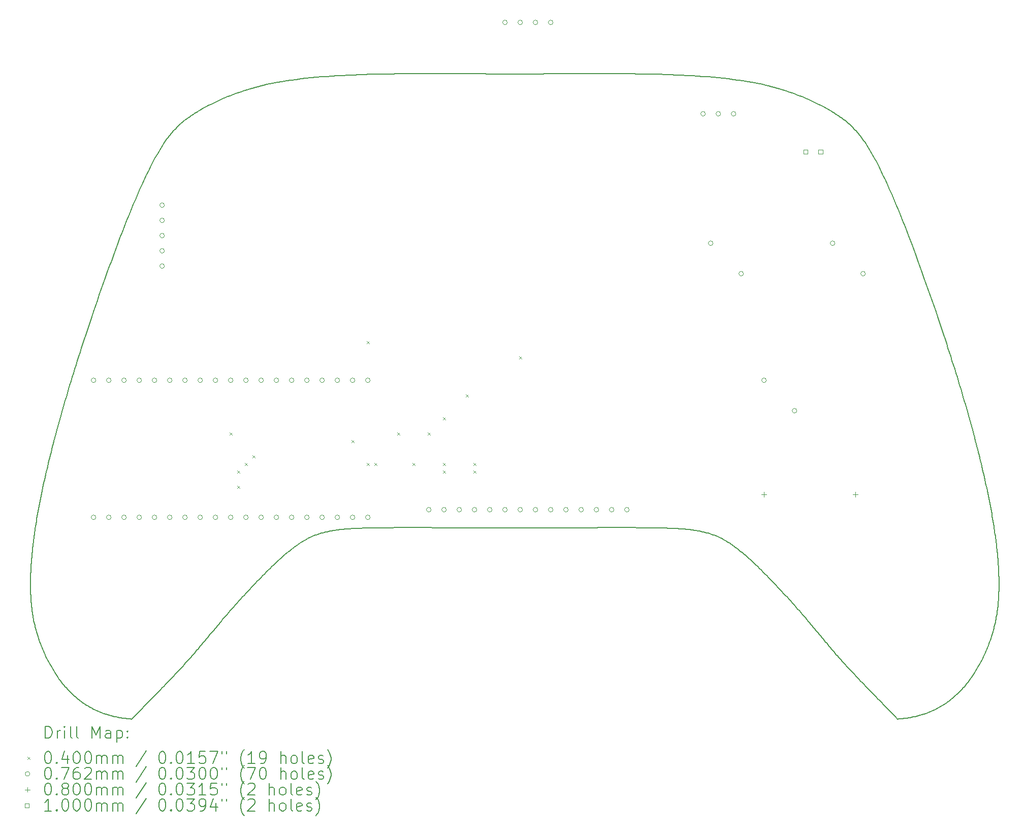
<source format=gbr>
%TF.GenerationSoftware,KiCad,Pcbnew,(6.0.10)*%
%TF.CreationDate,2024-03-14T08:00:32-04:00*%
%TF.ProjectId,RL2D,524c3244-2e6b-4696-9361-645f70636258,v0.6*%
%TF.SameCoordinates,Original*%
%TF.FileFunction,Drillmap*%
%TF.FilePolarity,Positive*%
%FSLAX45Y45*%
G04 Gerber Fmt 4.5, Leading zero omitted, Abs format (unit mm)*
G04 Created by KiCad (PCBNEW (6.0.10)) date 2024-03-14 08:00:32*
%MOMM*%
%LPD*%
G01*
G04 APERTURE LIST*
%ADD10C,0.200000*%
%ADD11C,0.040000*%
%ADD12C,0.076200*%
%ADD13C,0.080000*%
%ADD14C,0.100000*%
G04 APERTURE END LIST*
D10*
X6569091Y-11938975D02*
X6569020Y-11909967D01*
X6569137Y-11880850D01*
X6569439Y-11851620D01*
X6569925Y-11822277D01*
X6570595Y-11792816D01*
X6571447Y-11763235D01*
X6572481Y-11733532D01*
X6573694Y-11703705D01*
X6575086Y-11673750D01*
X6576656Y-11643665D01*
X6578403Y-11613447D01*
X6580325Y-11583095D01*
X6582422Y-11552605D01*
X6584692Y-11521975D01*
X6587134Y-11491202D01*
X6589747Y-11460284D01*
X6592530Y-11429218D01*
X6595481Y-11398002D01*
X6598601Y-11366633D01*
X6601886Y-11335108D01*
X6605337Y-11303426D01*
X6608953Y-11271582D01*
X6612731Y-11239576D01*
X6616671Y-11207404D01*
X6620772Y-11175064D01*
X6625033Y-11142552D01*
X6629452Y-11109868D01*
X6634029Y-11077007D01*
X6638762Y-11043968D01*
X6643650Y-11010748D01*
X6648693Y-10977344D01*
X6653888Y-10943755D01*
X11394624Y-11066164D02*
X11374560Y-11072550D01*
X11354726Y-11079218D01*
X11335108Y-11086173D01*
X11315691Y-11093418D01*
X11296460Y-11100957D01*
X11277402Y-11108795D01*
X11258502Y-11116935D01*
X11239744Y-11125383D01*
X11221115Y-11134142D01*
X11202600Y-11143216D01*
X11184185Y-11152609D01*
X11165855Y-11162327D01*
X11147594Y-11172372D01*
X11129390Y-11182750D01*
X11111227Y-11193463D01*
X11093091Y-11204518D01*
X11074967Y-11215916D01*
X11056841Y-11227664D01*
X11038698Y-11239765D01*
X11020524Y-11252223D01*
X11002304Y-11265042D01*
X10984024Y-11278227D01*
X10965668Y-11291782D01*
X10947223Y-11305710D01*
X10928675Y-11320017D01*
X10910007Y-11334706D01*
X10891207Y-11349782D01*
X10872259Y-11365248D01*
X10853149Y-11381109D01*
X10833862Y-11397369D01*
X10814384Y-11414033D01*
X10794700Y-11431103D01*
X19916428Y-4022419D02*
X19888069Y-4005709D01*
X19859121Y-3988991D01*
X19829576Y-3972280D01*
X19799424Y-3955589D01*
X19768659Y-3938933D01*
X19737270Y-3922326D01*
X19705250Y-3905782D01*
X19672590Y-3889315D01*
X19639281Y-3872939D01*
X19605315Y-3856669D01*
X19570684Y-3840517D01*
X19535378Y-3824499D01*
X19499390Y-3808629D01*
X19462711Y-3792920D01*
X19425332Y-3777387D01*
X19387245Y-3762044D01*
X19348441Y-3746905D01*
X19308912Y-3731984D01*
X19268649Y-3717295D01*
X19227644Y-3702852D01*
X19185889Y-3688670D01*
X19143374Y-3674762D01*
X19100091Y-3661143D01*
X19056032Y-3647826D01*
X19011187Y-3634827D01*
X18965550Y-3622158D01*
X18919111Y-3609834D01*
X18871861Y-3597869D01*
X18823792Y-3586277D01*
X18774896Y-3575073D01*
X18725164Y-3564270D01*
X18674588Y-3553882D01*
X18486273Y-11431103D02*
X18514151Y-11455651D01*
X18542432Y-11480966D01*
X18571088Y-11507014D01*
X18600090Y-11533758D01*
X18629411Y-11561161D01*
X18659023Y-11589188D01*
X18688897Y-11617803D01*
X18719007Y-11646969D01*
X18749323Y-11676650D01*
X18779819Y-11706810D01*
X18810466Y-11737413D01*
X18841236Y-11768423D01*
X18872101Y-11799803D01*
X18903034Y-11831518D01*
X18934006Y-11863531D01*
X18964989Y-11895806D01*
X18995956Y-11928307D01*
X19026879Y-11960998D01*
X19057729Y-11993842D01*
X19088480Y-12026804D01*
X19119101Y-12059848D01*
X19149567Y-12092936D01*
X19179849Y-12126034D01*
X19209919Y-12159104D01*
X19239748Y-12192111D01*
X19269310Y-12225019D01*
X19298576Y-12257791D01*
X19327519Y-12290392D01*
X19356110Y-12322784D01*
X19384321Y-12354933D01*
X19412124Y-12386801D01*
X19439493Y-12418354D01*
X22587443Y-12784614D02*
X22596043Y-12757497D01*
X22604271Y-12730490D01*
X22612134Y-12703585D01*
X22619638Y-12676777D01*
X22626791Y-12650058D01*
X22633598Y-12623423D01*
X22640068Y-12596865D01*
X22646207Y-12570378D01*
X22652021Y-12543954D01*
X22657517Y-12517588D01*
X22662703Y-12491273D01*
X22667585Y-12465003D01*
X22672169Y-12438770D01*
X22676463Y-12412569D01*
X22680474Y-12386394D01*
X22684208Y-12360237D01*
X22687672Y-12334092D01*
X22690873Y-12307953D01*
X22693818Y-12281813D01*
X22696513Y-12255666D01*
X22698966Y-12229505D01*
X22701183Y-12203324D01*
X22703171Y-12177116D01*
X22704936Y-12150875D01*
X22706487Y-12124594D01*
X22707828Y-12098267D01*
X22708968Y-12071888D01*
X22709914Y-12045449D01*
X22710671Y-12018945D01*
X22711246Y-11992369D01*
X22711648Y-11965714D01*
X22711881Y-11938975D01*
X13829378Y-10969709D02*
X13787517Y-10969525D01*
X13744827Y-10969322D01*
X13701358Y-10969103D01*
X13657156Y-10968871D01*
X13612271Y-10968630D01*
X13566752Y-10968382D01*
X13520647Y-10968130D01*
X13474003Y-10967878D01*
X13426871Y-10967628D01*
X13379297Y-10967384D01*
X13331332Y-10967149D01*
X13283022Y-10966926D01*
X13234418Y-10966718D01*
X13185566Y-10966528D01*
X13136516Y-10966359D01*
X13087317Y-10966214D01*
X13038015Y-10966096D01*
X12988662Y-10966009D01*
X12939303Y-10965955D01*
X12889989Y-10965938D01*
X12840767Y-10965961D01*
X12791686Y-10966026D01*
X12742795Y-10966137D01*
X12694142Y-10966297D01*
X12645775Y-10966509D01*
X12597744Y-10966776D01*
X12550095Y-10967102D01*
X12502879Y-10967488D01*
X12456143Y-10967939D01*
X12409936Y-10968457D01*
X12364307Y-10969046D01*
X12319303Y-10969709D01*
X21454251Y-14081241D02*
X21491952Y-14068212D01*
X21511011Y-14061148D01*
X21530193Y-14053716D01*
X21549488Y-14045912D01*
X21568884Y-14037735D01*
X21588371Y-14029183D01*
X21607938Y-14020253D01*
X21627573Y-14010943D01*
X21647265Y-14001252D01*
X21667004Y-13991176D01*
X21686779Y-13980715D01*
X21706577Y-13969865D01*
X21726390Y-13958625D01*
X21746204Y-13946992D01*
X21766010Y-13934964D01*
X21785796Y-13922540D01*
X21805551Y-13909716D01*
X21825265Y-13896491D01*
X21844925Y-13882863D01*
X21864522Y-13868830D01*
X21884044Y-13854389D01*
X21903480Y-13839538D01*
X21922819Y-13824275D01*
X21942050Y-13808598D01*
X21961162Y-13792505D01*
X21980144Y-13775994D01*
X21998985Y-13759062D01*
X22017674Y-13741707D01*
X22036199Y-13723928D01*
X22054551Y-13705722D01*
X22072717Y-13687086D01*
X22072717Y-13687086D02*
X22094084Y-13664348D01*
X22115167Y-13641023D01*
X22135962Y-13617133D01*
X22156461Y-13592703D01*
X22176659Y-13567756D01*
X22196550Y-13542316D01*
X22216130Y-13516406D01*
X22235391Y-13490049D01*
X22254329Y-13463269D01*
X22272937Y-13436090D01*
X22291210Y-13408535D01*
X22309143Y-13380627D01*
X22326729Y-13352390D01*
X22343963Y-13323847D01*
X22360839Y-13295023D01*
X22377351Y-13265940D01*
X22393494Y-13236622D01*
X22409262Y-13207092D01*
X22424649Y-13177374D01*
X22439650Y-13147492D01*
X22454259Y-13117468D01*
X22468470Y-13087327D01*
X22482277Y-13057092D01*
X22495675Y-13026786D01*
X22508659Y-12996433D01*
X22521221Y-12966056D01*
X22533357Y-12935679D01*
X22545061Y-12905326D01*
X22556328Y-12875019D01*
X22567150Y-12844782D01*
X22577524Y-12814640D01*
X22587443Y-12784614D01*
X12319303Y-10969709D02*
X12284457Y-10970284D01*
X12250023Y-10970916D01*
X12215998Y-10971615D01*
X12182380Y-10972392D01*
X12149166Y-10973255D01*
X12116353Y-10974217D01*
X12083938Y-10975285D01*
X12051918Y-10976471D01*
X12020291Y-10977784D01*
X11989053Y-10979234D01*
X11958202Y-10980832D01*
X11927735Y-10982587D01*
X11897649Y-10984510D01*
X11867941Y-10986610D01*
X11838608Y-10988898D01*
X11809648Y-10991382D01*
X11781058Y-10994075D01*
X11752834Y-10996985D01*
X11724974Y-11000122D01*
X11697476Y-11003497D01*
X11670336Y-11007119D01*
X11643551Y-11010999D01*
X11617118Y-11015146D01*
X11591036Y-11019571D01*
X11565300Y-11024283D01*
X11539908Y-11029293D01*
X11514858Y-11034611D01*
X11490146Y-11040246D01*
X11465769Y-11046209D01*
X11441725Y-11052510D01*
X11418011Y-11059158D01*
X11394624Y-11066164D01*
X9178582Y-13199528D02*
X9154784Y-13226000D01*
X9130744Y-13252516D01*
X9106456Y-13279094D01*
X9081911Y-13305753D01*
X9057101Y-13332510D01*
X9032018Y-13359384D01*
X9006653Y-13386394D01*
X8980999Y-13413558D01*
X8955047Y-13440895D01*
X8928789Y-13468422D01*
X8902217Y-13496158D01*
X8875322Y-13524122D01*
X8848098Y-13552332D01*
X8820534Y-13580806D01*
X8792625Y-13609563D01*
X8764360Y-13638621D01*
X8735732Y-13667999D01*
X8706733Y-13697715D01*
X8677355Y-13727787D01*
X8647589Y-13758233D01*
X8617428Y-13789073D01*
X8586862Y-13820324D01*
X8555885Y-13852006D01*
X8524488Y-13884135D01*
X8492662Y-13916731D01*
X8460400Y-13949813D01*
X8427693Y-13983398D01*
X8394534Y-14017504D01*
X8360913Y-14052151D01*
X8326823Y-14087357D01*
X8292257Y-14123140D01*
X8257204Y-14159518D01*
X21660972Y-7366000D02*
X21629762Y-7274547D01*
X21597967Y-7181954D01*
X21565618Y-7088371D01*
X21532748Y-6993949D01*
X21499389Y-6898839D01*
X21465573Y-6803192D01*
X21431331Y-6707158D01*
X21396695Y-6610888D01*
X21361698Y-6514533D01*
X21326372Y-6418243D01*
X21290748Y-6322171D01*
X21254858Y-6226465D01*
X21218735Y-6131278D01*
X21182410Y-6036759D01*
X21145915Y-5943060D01*
X21109283Y-5850331D01*
X21072544Y-5758723D01*
X21035732Y-5668388D01*
X20998878Y-5579475D01*
X20962013Y-5492135D01*
X20925171Y-5406520D01*
X20888383Y-5322779D01*
X20851680Y-5241065D01*
X20815096Y-5161527D01*
X20778661Y-5084316D01*
X20742408Y-5009584D01*
X20706368Y-4937480D01*
X20670574Y-4868156D01*
X20635058Y-4801763D01*
X20599852Y-4738450D01*
X20564987Y-4678370D01*
X20530495Y-4621673D01*
X8257204Y-14159518D02*
X8231274Y-14156915D01*
X8205323Y-14154260D01*
X8179330Y-14151498D01*
X8153269Y-14148575D01*
X8127118Y-14145438D01*
X8100853Y-14142031D01*
X8074450Y-14138301D01*
X8047886Y-14134193D01*
X8021136Y-14129654D01*
X7994178Y-14124629D01*
X7966987Y-14119064D01*
X7939541Y-14112904D01*
X7911814Y-14106096D01*
X7883785Y-14098586D01*
X7855428Y-14090319D01*
X7826722Y-14081241D01*
X15903565Y-3394869D02*
X15847349Y-3394975D01*
X15791710Y-3395094D01*
X15736700Y-3395224D01*
X15682368Y-3395366D01*
X15628765Y-3395518D01*
X15575941Y-3395680D01*
X15523946Y-3395850D01*
X15472831Y-3396027D01*
X15422645Y-3396212D01*
X15373439Y-3396402D01*
X15325263Y-3396597D01*
X15278167Y-3396796D01*
X15232202Y-3396999D01*
X15187418Y-3397203D01*
X15143864Y-3397409D01*
X15101593Y-3397616D01*
X15060652Y-3397822D01*
X15021093Y-3398027D01*
X14982967Y-3398230D01*
X14946322Y-3398429D01*
X14911210Y-3398625D01*
X14877681Y-3398816D01*
X14845784Y-3399001D01*
X14815571Y-3399179D01*
X14787091Y-3399350D01*
X14760395Y-3399513D01*
X14735532Y-3399666D01*
X14712554Y-3399809D01*
X14691510Y-3399941D01*
X14655426Y-3400168D01*
X14640486Y-3400262D01*
X9364545Y-4022419D02*
X9392904Y-4005709D01*
X9421851Y-3988991D01*
X9451397Y-3972280D01*
X9481548Y-3955589D01*
X9512314Y-3938933D01*
X9543702Y-3922326D01*
X9575723Y-3905782D01*
X9608383Y-3889315D01*
X9641691Y-3872939D01*
X9675657Y-3856669D01*
X9710289Y-3840517D01*
X9745594Y-3824499D01*
X9781582Y-3808629D01*
X9818262Y-3792920D01*
X9855640Y-3777387D01*
X9893728Y-3762044D01*
X9932531Y-3746905D01*
X9972060Y-3731984D01*
X10012323Y-3717295D01*
X10053328Y-3702852D01*
X10095084Y-3688670D01*
X10137599Y-3674762D01*
X10180882Y-3661143D01*
X10224941Y-3647826D01*
X10269785Y-3634827D01*
X10315422Y-3622158D01*
X10361862Y-3609834D01*
X10409111Y-3597869D01*
X10457180Y-3586277D01*
X10506076Y-3575073D01*
X10555808Y-3564270D01*
X10606385Y-3553882D01*
X7826722Y-14081241D02*
X7789020Y-14068212D01*
X7769961Y-14061148D01*
X7750779Y-14053716D01*
X7731485Y-14045912D01*
X7712088Y-14037735D01*
X7692601Y-14029183D01*
X7673035Y-14020253D01*
X7653400Y-14010943D01*
X7633707Y-14001252D01*
X7613968Y-13991176D01*
X7594194Y-13980715D01*
X7574395Y-13969865D01*
X7554583Y-13958625D01*
X7534768Y-13946992D01*
X7514962Y-13934964D01*
X7495176Y-13922540D01*
X7475421Y-13909716D01*
X7455708Y-13896491D01*
X7436047Y-13882863D01*
X7416450Y-13868830D01*
X7396928Y-13854389D01*
X7377492Y-13839538D01*
X7358153Y-13824275D01*
X7338922Y-13808598D01*
X7319810Y-13792505D01*
X7300828Y-13775994D01*
X7281987Y-13759062D01*
X7263299Y-13741707D01*
X7244773Y-13723928D01*
X7226422Y-13705722D01*
X7208256Y-13687086D01*
X9841480Y-12418354D02*
X9818199Y-12445339D01*
X9795248Y-12472069D01*
X9772609Y-12498554D01*
X9750268Y-12524803D01*
X9728207Y-12550824D01*
X9706410Y-12576625D01*
X9684860Y-12602217D01*
X9663542Y-12627607D01*
X9642438Y-12652805D01*
X9621533Y-12677819D01*
X9600809Y-12702658D01*
X9580251Y-12727331D01*
X9559842Y-12751847D01*
X9539566Y-12776214D01*
X9519406Y-12800442D01*
X9499346Y-12824540D01*
X9479369Y-12848515D01*
X9459459Y-12872378D01*
X9439600Y-12896136D01*
X9419776Y-12919799D01*
X9399969Y-12943375D01*
X9380164Y-12966874D01*
X9360344Y-12990303D01*
X9340492Y-13013673D01*
X9320593Y-13036991D01*
X9300629Y-13060267D01*
X9280585Y-13083510D01*
X9260444Y-13106727D01*
X9240190Y-13129929D01*
X9219805Y-13153124D01*
X9199275Y-13176320D01*
X9178582Y-13199528D01*
X14640486Y-10969709D02*
X14617633Y-10969773D01*
X14594767Y-10969837D01*
X14571873Y-10969900D01*
X14548936Y-10969961D01*
X14525942Y-10970021D01*
X14502875Y-10970080D01*
X14479721Y-10970135D01*
X14456466Y-10970189D01*
X14433094Y-10970239D01*
X14409590Y-10970286D01*
X14385941Y-10970329D01*
X14362130Y-10970368D01*
X14338144Y-10970402D01*
X14313967Y-10970431D01*
X14289585Y-10970456D01*
X14264983Y-10970474D01*
X14240147Y-10970487D01*
X14215060Y-10970493D01*
X14189710Y-10970493D01*
X14164080Y-10970485D01*
X14138157Y-10970470D01*
X14111924Y-10970448D01*
X14085369Y-10970417D01*
X14058475Y-10970377D01*
X14031228Y-10970329D01*
X14003614Y-10970271D01*
X13975617Y-10970204D01*
X13947223Y-10970126D01*
X13918417Y-10970038D01*
X13889184Y-10969940D01*
X13859509Y-10969830D01*
X13829378Y-10969709D01*
X8750477Y-4621673D02*
X8768860Y-4592630D01*
X8787141Y-4564577D01*
X8805336Y-4537480D01*
X8823459Y-4511308D01*
X8841527Y-4486028D01*
X8859554Y-4461608D01*
X8877557Y-4438015D01*
X8895550Y-4415217D01*
X8913549Y-4393181D01*
X8931569Y-4371876D01*
X8949626Y-4351269D01*
X8967735Y-4331327D01*
X8985912Y-4312018D01*
X9004171Y-4293311D01*
X9022529Y-4275171D01*
X9041000Y-4257568D01*
X9059600Y-4240468D01*
X9078345Y-4223840D01*
X9097249Y-4207651D01*
X9116328Y-4191869D01*
X9135598Y-4176460D01*
X9155074Y-4161394D01*
X9174771Y-4146637D01*
X9194705Y-4132158D01*
X9214891Y-4117923D01*
X9235345Y-4103901D01*
X9256081Y-4090059D01*
X9277116Y-4076365D01*
X9298464Y-4062786D01*
X9320141Y-4049290D01*
X9342163Y-4035845D01*
X9364545Y-4022419D01*
X22627084Y-10943755D02*
X22620609Y-10902945D01*
X22613915Y-10861864D01*
X22607003Y-10820515D01*
X22599875Y-10778901D01*
X22592534Y-10737026D01*
X22584982Y-10694892D01*
X22577219Y-10652504D01*
X22569249Y-10609865D01*
X22561074Y-10566978D01*
X22552694Y-10523846D01*
X22544113Y-10480474D01*
X22535331Y-10436864D01*
X22526352Y-10393020D01*
X22517176Y-10348946D01*
X22507806Y-10304645D01*
X22498244Y-10260119D01*
X22488492Y-10215374D01*
X22478552Y-10170411D01*
X22468425Y-10125235D01*
X22458113Y-10079849D01*
X22447619Y-10034256D01*
X22436945Y-9988460D01*
X22426091Y-9942465D01*
X22415062Y-9896273D01*
X22403857Y-9849888D01*
X22392479Y-9803313D01*
X22380931Y-9756553D01*
X22369214Y-9709610D01*
X22357329Y-9662487D01*
X22345280Y-9615189D01*
X22333067Y-9567719D01*
X22320693Y-9520079D01*
X10794700Y-11431103D02*
X10766821Y-11455651D01*
X10738540Y-11480966D01*
X10709885Y-11507014D01*
X10680883Y-11533758D01*
X10651562Y-11561161D01*
X10621950Y-11589188D01*
X10592075Y-11617803D01*
X10561966Y-11646969D01*
X10531649Y-11676650D01*
X10501153Y-11706810D01*
X10470506Y-11737413D01*
X10439736Y-11768423D01*
X10408871Y-11799803D01*
X10377939Y-11831518D01*
X10346966Y-11863531D01*
X10315983Y-11895806D01*
X10285016Y-11928307D01*
X10254093Y-11960998D01*
X10223243Y-11993842D01*
X10192493Y-12026804D01*
X10161871Y-12059848D01*
X10131405Y-12092936D01*
X10101124Y-12126034D01*
X10071054Y-12159104D01*
X10041224Y-12192111D01*
X10011662Y-12225019D01*
X9982396Y-12257791D01*
X9953454Y-12290392D01*
X9924863Y-12322784D01*
X9896652Y-12354933D01*
X9868848Y-12386801D01*
X9841480Y-12418354D01*
X6960279Y-9520079D02*
X6975893Y-9460591D01*
X6991761Y-9400824D01*
X7007889Y-9340756D01*
X7024284Y-9280363D01*
X7040953Y-9219624D01*
X7057903Y-9158516D01*
X7075141Y-9097017D01*
X7092675Y-9035102D01*
X7110510Y-8972751D01*
X7128654Y-8909940D01*
X7147113Y-8846647D01*
X7165896Y-8782849D01*
X7185008Y-8718523D01*
X7204456Y-8653647D01*
X7224249Y-8588198D01*
X7244391Y-8522154D01*
X7264891Y-8455491D01*
X7285756Y-8388188D01*
X7306992Y-8320222D01*
X7328606Y-8251570D01*
X7350605Y-8182209D01*
X7372996Y-8112116D01*
X7395786Y-8041270D01*
X7418982Y-7969648D01*
X7442591Y-7897226D01*
X7466620Y-7823983D01*
X7491076Y-7749895D01*
X7515966Y-7674941D01*
X7541296Y-7599097D01*
X7567074Y-7522340D01*
X7593306Y-7444649D01*
X7620000Y-7366000D01*
X6653888Y-10943755D02*
X6660363Y-10902945D01*
X6667058Y-10861864D01*
X6673970Y-10820515D01*
X6681097Y-10778901D01*
X6688438Y-10737026D01*
X6695991Y-10694892D01*
X6703753Y-10652504D01*
X6711723Y-10609865D01*
X6719899Y-10566978D01*
X6728278Y-10523846D01*
X6736860Y-10480474D01*
X6745641Y-10436864D01*
X6754621Y-10393020D01*
X6763796Y-10348946D01*
X6773166Y-10304645D01*
X6782728Y-10260119D01*
X6792480Y-10215374D01*
X6802421Y-10170411D01*
X6812548Y-10125235D01*
X6822859Y-10079849D01*
X6833353Y-10034256D01*
X6844028Y-9988460D01*
X6854881Y-9942465D01*
X6865911Y-9896273D01*
X6877115Y-9849888D01*
X6888493Y-9803313D01*
X6900041Y-9756553D01*
X6911759Y-9709610D01*
X6923643Y-9662487D01*
X6935693Y-9615189D01*
X6947905Y-9567719D01*
X6960279Y-9520079D01*
X20530495Y-4621673D02*
X20512112Y-4592630D01*
X20493831Y-4564577D01*
X20475637Y-4537480D01*
X20457513Y-4511308D01*
X20439446Y-4486028D01*
X20421418Y-4461608D01*
X20403416Y-4438015D01*
X20385422Y-4415217D01*
X20367423Y-4393181D01*
X20349403Y-4371876D01*
X20331346Y-4351269D01*
X20313237Y-4331327D01*
X20295060Y-4312018D01*
X20276801Y-4293311D01*
X20258444Y-4275171D01*
X20239972Y-4257568D01*
X20221372Y-4240468D01*
X20202628Y-4223840D01*
X20183723Y-4207651D01*
X20164644Y-4191869D01*
X20145374Y-4176460D01*
X20125898Y-4161394D01*
X20106201Y-4146637D01*
X20086267Y-4132158D01*
X20066081Y-4117923D01*
X20045627Y-4103901D01*
X20024891Y-4090059D01*
X20003856Y-4076365D01*
X19982508Y-4062786D01*
X19960831Y-4049290D01*
X19938809Y-4035845D01*
X19916428Y-4022419D01*
X20102390Y-13199528D02*
X20126189Y-13226000D01*
X20150228Y-13252516D01*
X20174516Y-13279094D01*
X20199061Y-13305753D01*
X20223871Y-13332510D01*
X20248955Y-13359384D01*
X20274319Y-13386394D01*
X20299974Y-13413558D01*
X20325926Y-13440895D01*
X20352184Y-13468422D01*
X20378756Y-13496158D01*
X20405650Y-13524122D01*
X20432875Y-13552332D01*
X20460438Y-13580806D01*
X20488348Y-13609563D01*
X20516613Y-13638621D01*
X20545240Y-13667999D01*
X20574239Y-13697715D01*
X20603618Y-13727787D01*
X20633383Y-13758233D01*
X20663545Y-13789073D01*
X20694110Y-13820324D01*
X20725087Y-13852006D01*
X20756485Y-13884135D01*
X20788310Y-13916731D01*
X20820572Y-13949813D01*
X20853279Y-13983398D01*
X20886439Y-14017504D01*
X20920059Y-14052151D01*
X20954149Y-14087357D01*
X20988716Y-14123140D01*
X21023768Y-14159518D01*
X7208256Y-13687086D02*
X7186888Y-13664348D01*
X7165805Y-13641023D01*
X7145011Y-13617133D01*
X7124512Y-13592703D01*
X7104314Y-13567756D01*
X7084422Y-13542316D01*
X7064843Y-13516406D01*
X7045581Y-13490049D01*
X7026644Y-13463269D01*
X7008035Y-13436090D01*
X6989762Y-13408535D01*
X6971829Y-13380627D01*
X6954243Y-13352390D01*
X6937009Y-13323847D01*
X6920133Y-13295023D01*
X6903621Y-13265940D01*
X6887478Y-13236622D01*
X6871710Y-13207092D01*
X6856323Y-13177374D01*
X6841322Y-13147492D01*
X6826713Y-13117468D01*
X6812502Y-13087327D01*
X6798695Y-13057092D01*
X6785297Y-13026786D01*
X6772314Y-12996433D01*
X6759751Y-12966056D01*
X6747615Y-12935679D01*
X6735911Y-12905326D01*
X6724645Y-12875019D01*
X6713822Y-12844782D01*
X6703448Y-12814640D01*
X6693530Y-12784614D01*
X7620000Y-7366000D02*
X7651210Y-7274547D01*
X7683005Y-7181954D01*
X7715354Y-7088371D01*
X7748224Y-6993949D01*
X7781583Y-6898839D01*
X7815400Y-6803192D01*
X7849642Y-6707158D01*
X7884277Y-6610888D01*
X7919274Y-6514533D01*
X7954600Y-6418243D01*
X7990224Y-6322171D01*
X8026114Y-6226465D01*
X8062237Y-6131278D01*
X8098562Y-6036759D01*
X8135057Y-5943060D01*
X8171690Y-5850331D01*
X8208428Y-5758723D01*
X8245240Y-5668388D01*
X8282095Y-5579475D01*
X8318959Y-5492135D01*
X8355801Y-5406520D01*
X8392590Y-5322779D01*
X8429292Y-5241065D01*
X8465877Y-5161527D01*
X8502312Y-5084316D01*
X8538565Y-5009584D01*
X8574604Y-4937480D01*
X8610398Y-4868156D01*
X8645914Y-4801763D01*
X8681121Y-4738450D01*
X8715986Y-4678370D01*
X8750477Y-4621673D01*
X21023768Y-14159518D02*
X21049699Y-14156915D01*
X21075649Y-14154260D01*
X21101642Y-14151498D01*
X21127703Y-14148575D01*
X21153854Y-14145438D01*
X21180119Y-14142031D01*
X21206522Y-14138301D01*
X21233087Y-14134193D01*
X21259836Y-14129654D01*
X21286794Y-14124629D01*
X21313985Y-14119064D01*
X21341432Y-14112904D01*
X21369158Y-14106096D01*
X21397187Y-14098586D01*
X21425544Y-14090319D01*
X21454251Y-14081241D01*
X22320693Y-9520079D02*
X22305079Y-9460591D01*
X22289211Y-9400824D01*
X22273084Y-9340756D01*
X22256689Y-9280363D01*
X22240019Y-9219624D01*
X22223069Y-9158516D01*
X22205831Y-9097017D01*
X22188298Y-9035102D01*
X22170463Y-8972751D01*
X22152319Y-8909940D01*
X22133859Y-8846647D01*
X22115077Y-8782849D01*
X22095964Y-8718523D01*
X22076516Y-8653647D01*
X22056724Y-8588198D01*
X22036581Y-8522154D01*
X22016081Y-8455491D01*
X21995216Y-8388188D01*
X21973981Y-8320222D01*
X21952367Y-8251570D01*
X21930368Y-8182209D01*
X21907976Y-8112116D01*
X21885186Y-8041270D01*
X21861990Y-7969648D01*
X21838381Y-7897226D01*
X21814352Y-7823983D01*
X21789896Y-7749895D01*
X21765007Y-7674941D01*
X21739676Y-7599097D01*
X21713899Y-7522340D01*
X21687666Y-7444649D01*
X21660972Y-7366000D01*
X16961669Y-10969709D02*
X16996515Y-10970284D01*
X17030950Y-10970916D01*
X17064974Y-10971615D01*
X17098592Y-10972392D01*
X17131806Y-10973255D01*
X17164619Y-10974217D01*
X17197034Y-10975285D01*
X17229054Y-10976471D01*
X17260681Y-10977784D01*
X17291919Y-10979234D01*
X17322770Y-10980832D01*
X17353237Y-10982587D01*
X17383323Y-10984510D01*
X17413031Y-10986610D01*
X17442364Y-10988898D01*
X17471324Y-10991382D01*
X17499914Y-10994075D01*
X17528138Y-10996985D01*
X17555998Y-11000122D01*
X17583496Y-11003497D01*
X17610637Y-11007119D01*
X17637422Y-11010999D01*
X17663854Y-11015146D01*
X17689936Y-11019571D01*
X17715672Y-11024283D01*
X17741064Y-11029293D01*
X17766114Y-11034611D01*
X17790826Y-11040246D01*
X17815203Y-11046209D01*
X17839247Y-11052510D01*
X17862961Y-11059158D01*
X17886348Y-11066164D01*
X13377407Y-3394869D02*
X13433624Y-3394975D01*
X13489262Y-3395094D01*
X13544272Y-3395224D01*
X13598604Y-3395366D01*
X13652207Y-3395518D01*
X13705031Y-3395680D01*
X13757026Y-3395850D01*
X13808142Y-3396027D01*
X13858328Y-3396212D01*
X13907534Y-3396402D01*
X13955710Y-3396597D01*
X14002805Y-3396796D01*
X14048770Y-3396999D01*
X14093555Y-3397203D01*
X14137108Y-3397409D01*
X14179380Y-3397616D01*
X14220320Y-3397822D01*
X14259879Y-3398027D01*
X14298006Y-3398230D01*
X14334650Y-3398429D01*
X14369762Y-3398625D01*
X14403291Y-3398816D01*
X14435188Y-3399001D01*
X14465401Y-3399179D01*
X14493881Y-3399350D01*
X14520577Y-3399513D01*
X14545440Y-3399666D01*
X14568418Y-3399809D01*
X14589462Y-3399941D01*
X14625546Y-3400168D01*
X14640486Y-3400262D01*
X14640486Y-10969709D02*
X14663339Y-10969773D01*
X14686205Y-10969837D01*
X14709099Y-10969900D01*
X14732036Y-10969961D01*
X14755030Y-10970021D01*
X14778097Y-10970080D01*
X14801251Y-10970135D01*
X14824506Y-10970189D01*
X14847878Y-10970239D01*
X14871382Y-10970286D01*
X14895032Y-10970329D01*
X14918842Y-10970368D01*
X14942828Y-10970402D01*
X14967005Y-10970431D01*
X14991387Y-10970456D01*
X15015989Y-10970474D01*
X15040826Y-10970487D01*
X15065912Y-10970493D01*
X15091262Y-10970493D01*
X15116892Y-10970485D01*
X15142816Y-10970470D01*
X15169048Y-10970448D01*
X15195603Y-10970417D01*
X15222497Y-10970377D01*
X15249744Y-10970329D01*
X15277358Y-10970271D01*
X15305355Y-10970204D01*
X15333749Y-10970126D01*
X15362556Y-10970038D01*
X15391789Y-10969940D01*
X15421463Y-10969830D01*
X15451594Y-10969709D01*
X6693530Y-12784614D02*
X6684929Y-12757497D01*
X6676701Y-12730490D01*
X6668838Y-12703585D01*
X6661334Y-12676777D01*
X6654181Y-12650058D01*
X6647374Y-12623423D01*
X6640904Y-12596865D01*
X6634766Y-12570378D01*
X6628951Y-12543954D01*
X6623455Y-12517588D01*
X6618269Y-12491273D01*
X6613388Y-12465003D01*
X6608803Y-12438770D01*
X6604509Y-12412569D01*
X6600498Y-12386394D01*
X6596764Y-12360237D01*
X6593300Y-12334092D01*
X6590099Y-12307953D01*
X6587154Y-12281813D01*
X6584459Y-12255666D01*
X6582006Y-12229505D01*
X6579790Y-12203324D01*
X6577802Y-12177116D01*
X6576036Y-12150875D01*
X6574486Y-12124594D01*
X6573144Y-12098267D01*
X6572004Y-12071888D01*
X6571059Y-12045449D01*
X6570302Y-12018945D01*
X6569726Y-11992369D01*
X6569325Y-11965714D01*
X6569091Y-11938975D01*
X18674588Y-3553882D02*
X18599959Y-3539613D01*
X18523638Y-3526215D01*
X18445717Y-3513661D01*
X18366288Y-3501924D01*
X18285443Y-3490977D01*
X18203275Y-3480792D01*
X18119875Y-3471344D01*
X18035335Y-3462604D01*
X17949747Y-3454545D01*
X17863203Y-3447140D01*
X17775795Y-3440363D01*
X17687615Y-3434185D01*
X17598755Y-3428581D01*
X17509308Y-3423522D01*
X17419364Y-3418982D01*
X17329016Y-3414933D01*
X17238356Y-3411349D01*
X17147477Y-3408202D01*
X17056469Y-3405465D01*
X16965425Y-3403112D01*
X16874437Y-3401114D01*
X16783596Y-3399445D01*
X16692996Y-3398077D01*
X16602728Y-3396984D01*
X16512883Y-3396139D01*
X16423554Y-3395514D01*
X16334833Y-3395082D01*
X16246812Y-3394816D01*
X16159583Y-3394688D01*
X16073237Y-3394673D01*
X15987867Y-3394742D01*
X15903565Y-3394869D01*
X15451594Y-10969709D02*
X15493455Y-10969525D01*
X15536145Y-10969322D01*
X15579615Y-10969103D01*
X15623816Y-10968871D01*
X15668701Y-10968630D01*
X15714220Y-10968382D01*
X15760326Y-10968130D01*
X15806969Y-10967878D01*
X15854102Y-10967628D01*
X15901675Y-10967384D01*
X15949640Y-10967149D01*
X15997950Y-10966926D01*
X16046554Y-10966718D01*
X16095406Y-10966528D01*
X16144456Y-10966359D01*
X16193656Y-10966214D01*
X16242957Y-10966096D01*
X16292311Y-10966009D01*
X16341669Y-10965955D01*
X16390983Y-10965938D01*
X16440205Y-10965961D01*
X16489286Y-10966026D01*
X16538177Y-10966137D01*
X16586830Y-10966297D01*
X16635197Y-10966509D01*
X16683229Y-10966776D01*
X16730877Y-10967102D01*
X16778093Y-10967488D01*
X16824829Y-10967939D01*
X16871036Y-10968457D01*
X16916665Y-10969046D01*
X16961669Y-10969709D01*
X10606385Y-3553882D02*
X10681014Y-3539613D01*
X10757335Y-3526215D01*
X10835256Y-3513661D01*
X10914684Y-3501924D01*
X10995529Y-3490977D01*
X11077697Y-3480792D01*
X11161098Y-3471344D01*
X11245638Y-3462604D01*
X11331226Y-3454545D01*
X11417769Y-3447140D01*
X11505177Y-3440363D01*
X11593357Y-3434185D01*
X11682217Y-3428581D01*
X11771665Y-3423522D01*
X11861608Y-3418982D01*
X11951956Y-3414933D01*
X12042616Y-3411349D01*
X12133496Y-3408202D01*
X12224504Y-3405465D01*
X12315548Y-3403112D01*
X12406536Y-3401114D01*
X12497376Y-3399445D01*
X12587976Y-3398077D01*
X12678245Y-3396984D01*
X12768089Y-3396139D01*
X12857418Y-3395514D01*
X12946139Y-3395082D01*
X13034160Y-3394816D01*
X13121390Y-3394688D01*
X13207735Y-3394673D01*
X13293105Y-3394742D01*
X13377407Y-3394869D01*
X17886348Y-11066164D02*
X17906413Y-11072550D01*
X17926246Y-11079218D01*
X17945865Y-11086173D01*
X17965282Y-11093418D01*
X17984512Y-11100957D01*
X18003570Y-11108795D01*
X18022471Y-11116935D01*
X18041228Y-11125383D01*
X18059857Y-11134142D01*
X18078372Y-11143216D01*
X18096787Y-11152609D01*
X18115118Y-11162327D01*
X18133378Y-11172372D01*
X18151582Y-11182750D01*
X18169745Y-11193463D01*
X18187881Y-11204518D01*
X18206005Y-11215916D01*
X18224131Y-11227664D01*
X18242274Y-11239765D01*
X18260448Y-11252223D01*
X18278668Y-11265042D01*
X18296949Y-11278227D01*
X18315304Y-11291782D01*
X18333749Y-11305710D01*
X18352298Y-11320017D01*
X18370965Y-11334706D01*
X18389766Y-11349782D01*
X18408714Y-11365248D01*
X18427824Y-11381109D01*
X18447111Y-11397369D01*
X18466589Y-11414033D01*
X18486273Y-11431103D01*
X19439493Y-12418354D02*
X19462774Y-12445339D01*
X19485725Y-12472069D01*
X19508363Y-12498554D01*
X19530704Y-12524803D01*
X19552765Y-12550824D01*
X19574562Y-12576625D01*
X19596112Y-12602217D01*
X19617431Y-12627607D01*
X19638534Y-12652805D01*
X19659440Y-12677819D01*
X19680163Y-12702658D01*
X19700722Y-12727331D01*
X19721130Y-12751847D01*
X19741407Y-12776214D01*
X19761567Y-12800442D01*
X19781627Y-12824540D01*
X19801604Y-12848515D01*
X19821513Y-12872378D01*
X19841372Y-12896136D01*
X19861197Y-12919799D01*
X19881003Y-12943375D01*
X19900809Y-12966874D01*
X19920629Y-12990303D01*
X19940480Y-13013673D01*
X19960380Y-13036991D01*
X19980343Y-13060267D01*
X20000387Y-13083510D01*
X20020528Y-13106727D01*
X20040783Y-13129929D01*
X20061167Y-13153124D01*
X20081697Y-13176320D01*
X20102390Y-13199528D01*
X22711881Y-11938975D02*
X22711952Y-11909967D01*
X22711836Y-11880850D01*
X22711534Y-11851620D01*
X22711047Y-11822277D01*
X22710377Y-11792816D01*
X22709525Y-11763235D01*
X22708492Y-11733532D01*
X22707278Y-11703705D01*
X22705886Y-11673750D01*
X22704316Y-11643665D01*
X22702569Y-11613447D01*
X22700647Y-11583095D01*
X22698550Y-11552605D01*
X22696280Y-11521975D01*
X22693838Y-11491202D01*
X22691225Y-11460284D01*
X22688442Y-11429218D01*
X22685491Y-11398002D01*
X22682372Y-11366633D01*
X22679086Y-11335108D01*
X22675635Y-11303426D01*
X22672020Y-11271582D01*
X22668241Y-11239576D01*
X22664301Y-11207404D01*
X22660200Y-11175064D01*
X22655939Y-11142552D01*
X22651520Y-11109868D01*
X22646943Y-11077007D01*
X22642210Y-11043968D01*
X22637322Y-11010748D01*
X22632279Y-10977344D01*
X22627084Y-10943755D01*
D11*
X9886000Y-9378000D02*
X9926000Y-9418000D01*
X9926000Y-9378000D02*
X9886000Y-9418000D01*
X10013000Y-10013000D02*
X10053000Y-10053000D01*
X10053000Y-10013000D02*
X10013000Y-10053000D01*
X10013000Y-10267000D02*
X10053000Y-10307000D01*
X10053000Y-10267000D02*
X10013000Y-10307000D01*
X10140000Y-9886000D02*
X10180000Y-9926000D01*
X10180000Y-9886000D02*
X10140000Y-9926000D01*
X10267000Y-9759000D02*
X10307000Y-9799000D01*
X10307000Y-9759000D02*
X10267000Y-9799000D01*
X11918000Y-9505000D02*
X11958000Y-9545000D01*
X11958000Y-9505000D02*
X11918000Y-9545000D01*
X12172000Y-7854000D02*
X12212000Y-7894000D01*
X12212000Y-7854000D02*
X12172000Y-7894000D01*
X12172000Y-9886000D02*
X12212000Y-9926000D01*
X12212000Y-9886000D02*
X12172000Y-9926000D01*
X12299000Y-9886000D02*
X12339000Y-9926000D01*
X12339000Y-9886000D02*
X12299000Y-9926000D01*
X12680000Y-9378000D02*
X12720000Y-9418000D01*
X12720000Y-9378000D02*
X12680000Y-9418000D01*
X12934000Y-9886000D02*
X12974000Y-9926000D01*
X12974000Y-9886000D02*
X12934000Y-9926000D01*
X13188000Y-9378000D02*
X13228000Y-9418000D01*
X13228000Y-9378000D02*
X13188000Y-9418000D01*
X13442000Y-9124000D02*
X13482000Y-9164000D01*
X13482000Y-9124000D02*
X13442000Y-9164000D01*
X13442000Y-9886000D02*
X13482000Y-9926000D01*
X13482000Y-9886000D02*
X13442000Y-9926000D01*
X13442000Y-10013000D02*
X13482000Y-10053000D01*
X13482000Y-10013000D02*
X13442000Y-10053000D01*
X13823000Y-8743000D02*
X13863000Y-8783000D01*
X13863000Y-8743000D02*
X13823000Y-8783000D01*
X13950000Y-9886000D02*
X13990000Y-9926000D01*
X13990000Y-9886000D02*
X13950000Y-9926000D01*
X13950000Y-10013000D02*
X13990000Y-10053000D01*
X13990000Y-10013000D02*
X13950000Y-10053000D01*
X14712000Y-8108000D02*
X14752000Y-8148000D01*
X14752000Y-8108000D02*
X14712000Y-8148000D01*
D12*
X7658100Y-8509000D02*
G75*
G03*
X7658100Y-8509000I-38100J0D01*
G01*
X7658100Y-10795000D02*
G75*
G03*
X7658100Y-10795000I-38100J0D01*
G01*
X7912100Y-8509000D02*
G75*
G03*
X7912100Y-8509000I-38100J0D01*
G01*
X7912100Y-10795000D02*
G75*
G03*
X7912100Y-10795000I-38100J0D01*
G01*
X8166100Y-8509000D02*
G75*
G03*
X8166100Y-8509000I-38100J0D01*
G01*
X8166100Y-10795000D02*
G75*
G03*
X8166100Y-10795000I-38100J0D01*
G01*
X8420100Y-8509000D02*
G75*
G03*
X8420100Y-8509000I-38100J0D01*
G01*
X8420100Y-10795000D02*
G75*
G03*
X8420100Y-10795000I-38100J0D01*
G01*
X8674100Y-8509000D02*
G75*
G03*
X8674100Y-8509000I-38100J0D01*
G01*
X8674100Y-10795000D02*
G75*
G03*
X8674100Y-10795000I-38100J0D01*
G01*
X8801100Y-5588000D02*
G75*
G03*
X8801100Y-5588000I-38100J0D01*
G01*
X8801100Y-5842000D02*
G75*
G03*
X8801100Y-5842000I-38100J0D01*
G01*
X8801100Y-6096000D02*
G75*
G03*
X8801100Y-6096000I-38100J0D01*
G01*
X8801100Y-6350000D02*
G75*
G03*
X8801100Y-6350000I-38100J0D01*
G01*
X8801100Y-6604000D02*
G75*
G03*
X8801100Y-6604000I-38100J0D01*
G01*
X8928100Y-8509000D02*
G75*
G03*
X8928100Y-8509000I-38100J0D01*
G01*
X8928100Y-10795000D02*
G75*
G03*
X8928100Y-10795000I-38100J0D01*
G01*
X9182100Y-8509000D02*
G75*
G03*
X9182100Y-8509000I-38100J0D01*
G01*
X9182100Y-10795000D02*
G75*
G03*
X9182100Y-10795000I-38100J0D01*
G01*
X9436100Y-8509000D02*
G75*
G03*
X9436100Y-8509000I-38100J0D01*
G01*
X9436100Y-10795000D02*
G75*
G03*
X9436100Y-10795000I-38100J0D01*
G01*
X9690100Y-8509000D02*
G75*
G03*
X9690100Y-8509000I-38100J0D01*
G01*
X9690100Y-10795000D02*
G75*
G03*
X9690100Y-10795000I-38100J0D01*
G01*
X9944100Y-8509000D02*
G75*
G03*
X9944100Y-8509000I-38100J0D01*
G01*
X9944100Y-10795000D02*
G75*
G03*
X9944100Y-10795000I-38100J0D01*
G01*
X10198100Y-8509000D02*
G75*
G03*
X10198100Y-8509000I-38100J0D01*
G01*
X10198100Y-10795000D02*
G75*
G03*
X10198100Y-10795000I-38100J0D01*
G01*
X10452100Y-8509000D02*
G75*
G03*
X10452100Y-8509000I-38100J0D01*
G01*
X10452100Y-10795000D02*
G75*
G03*
X10452100Y-10795000I-38100J0D01*
G01*
X10706100Y-8509000D02*
G75*
G03*
X10706100Y-8509000I-38100J0D01*
G01*
X10706100Y-10795000D02*
G75*
G03*
X10706100Y-10795000I-38100J0D01*
G01*
X10960100Y-8509000D02*
G75*
G03*
X10960100Y-8509000I-38100J0D01*
G01*
X10960100Y-10795000D02*
G75*
G03*
X10960100Y-10795000I-38100J0D01*
G01*
X11214100Y-8509000D02*
G75*
G03*
X11214100Y-8509000I-38100J0D01*
G01*
X11214100Y-10795000D02*
G75*
G03*
X11214100Y-10795000I-38100J0D01*
G01*
X11468100Y-8509000D02*
G75*
G03*
X11468100Y-8509000I-38100J0D01*
G01*
X11468100Y-10795000D02*
G75*
G03*
X11468100Y-10795000I-38100J0D01*
G01*
X11722100Y-8509000D02*
G75*
G03*
X11722100Y-8509000I-38100J0D01*
G01*
X11722100Y-10795000D02*
G75*
G03*
X11722100Y-10795000I-38100J0D01*
G01*
X11976100Y-8509000D02*
G75*
G03*
X11976100Y-8509000I-38100J0D01*
G01*
X11976100Y-10795000D02*
G75*
G03*
X11976100Y-10795000I-38100J0D01*
G01*
X12230100Y-8509000D02*
G75*
G03*
X12230100Y-8509000I-38100J0D01*
G01*
X12230100Y-10795000D02*
G75*
G03*
X12230100Y-10795000I-38100J0D01*
G01*
X13246100Y-10668000D02*
G75*
G03*
X13246100Y-10668000I-38100J0D01*
G01*
X13500100Y-10668000D02*
G75*
G03*
X13500100Y-10668000I-38100J0D01*
G01*
X13754100Y-10668000D02*
G75*
G03*
X13754100Y-10668000I-38100J0D01*
G01*
X14008100Y-10668000D02*
G75*
G03*
X14008100Y-10668000I-38100J0D01*
G01*
X14262100Y-10668000D02*
G75*
G03*
X14262100Y-10668000I-38100J0D01*
G01*
X14516100Y-2540000D02*
G75*
G03*
X14516100Y-2540000I-38100J0D01*
G01*
X14516100Y-10668000D02*
G75*
G03*
X14516100Y-10668000I-38100J0D01*
G01*
X14770100Y-2540000D02*
G75*
G03*
X14770100Y-2540000I-38100J0D01*
G01*
X14770100Y-10668000D02*
G75*
G03*
X14770100Y-10668000I-38100J0D01*
G01*
X15024100Y-2540000D02*
G75*
G03*
X15024100Y-2540000I-38100J0D01*
G01*
X15024100Y-10668000D02*
G75*
G03*
X15024100Y-10668000I-38100J0D01*
G01*
X15278100Y-2540000D02*
G75*
G03*
X15278100Y-2540000I-38100J0D01*
G01*
X15278100Y-10668000D02*
G75*
G03*
X15278100Y-10668000I-38100J0D01*
G01*
X15532100Y-10668000D02*
G75*
G03*
X15532100Y-10668000I-38100J0D01*
G01*
X15786100Y-10668000D02*
G75*
G03*
X15786100Y-10668000I-38100J0D01*
G01*
X16040100Y-10668000D02*
G75*
G03*
X16040100Y-10668000I-38100J0D01*
G01*
X16294100Y-10668000D02*
G75*
G03*
X16294100Y-10668000I-38100J0D01*
G01*
X16548100Y-10668000D02*
G75*
G03*
X16548100Y-10668000I-38100J0D01*
G01*
X17818100Y-4064000D02*
G75*
G03*
X17818100Y-4064000I-38100J0D01*
G01*
X17945100Y-6223000D02*
G75*
G03*
X17945100Y-6223000I-38100J0D01*
G01*
X18072100Y-4064000D02*
G75*
G03*
X18072100Y-4064000I-38100J0D01*
G01*
X18326100Y-4064000D02*
G75*
G03*
X18326100Y-4064000I-38100J0D01*
G01*
X18453100Y-6731000D02*
G75*
G03*
X18453100Y-6731000I-38100J0D01*
G01*
X18834100Y-8509000D02*
G75*
G03*
X18834100Y-8509000I-38100J0D01*
G01*
X19342100Y-9017000D02*
G75*
G03*
X19342100Y-9017000I-38100J0D01*
G01*
X19977100Y-6223000D02*
G75*
G03*
X19977100Y-6223000I-38100J0D01*
G01*
X20485100Y-6731000D02*
G75*
G03*
X20485100Y-6731000I-38100J0D01*
G01*
D13*
X18796000Y-10374000D02*
X18796000Y-10454000D01*
X18756000Y-10414000D02*
X18836000Y-10414000D01*
X20320000Y-10374000D02*
X20320000Y-10454000D01*
X20280000Y-10414000D02*
X20360000Y-10414000D01*
D14*
X19523356Y-4733856D02*
X19523356Y-4663144D01*
X19452644Y-4663144D01*
X19452644Y-4733856D01*
X19523356Y-4733856D01*
X19773356Y-4733856D02*
X19773356Y-4663144D01*
X19702644Y-4663144D01*
X19702644Y-4733856D01*
X19773356Y-4733856D01*
D10*
X6814957Y-14479994D02*
X6814957Y-14279994D01*
X6862576Y-14279994D01*
X6891147Y-14289518D01*
X6910195Y-14308565D01*
X6919719Y-14327613D01*
X6929242Y-14365708D01*
X6929242Y-14394280D01*
X6919719Y-14432375D01*
X6910195Y-14451423D01*
X6891147Y-14470470D01*
X6862576Y-14479994D01*
X6814957Y-14479994D01*
X7014957Y-14479994D02*
X7014957Y-14346661D01*
X7014957Y-14384756D02*
X7024481Y-14365708D01*
X7034004Y-14356184D01*
X7053052Y-14346661D01*
X7072100Y-14346661D01*
X7138766Y-14479994D02*
X7138766Y-14346661D01*
X7138766Y-14279994D02*
X7129242Y-14289518D01*
X7138766Y-14299042D01*
X7148290Y-14289518D01*
X7138766Y-14279994D01*
X7138766Y-14299042D01*
X7262576Y-14479994D02*
X7243528Y-14470470D01*
X7234004Y-14451423D01*
X7234004Y-14279994D01*
X7367338Y-14479994D02*
X7348290Y-14470470D01*
X7338766Y-14451423D01*
X7338766Y-14279994D01*
X7595909Y-14479994D02*
X7595909Y-14279994D01*
X7662576Y-14422851D01*
X7729242Y-14279994D01*
X7729242Y-14479994D01*
X7910195Y-14479994D02*
X7910195Y-14375232D01*
X7900671Y-14356184D01*
X7881623Y-14346661D01*
X7843528Y-14346661D01*
X7824481Y-14356184D01*
X7910195Y-14470470D02*
X7891147Y-14479994D01*
X7843528Y-14479994D01*
X7824481Y-14470470D01*
X7814957Y-14451423D01*
X7814957Y-14432375D01*
X7824481Y-14413327D01*
X7843528Y-14403804D01*
X7891147Y-14403804D01*
X7910195Y-14394280D01*
X8005433Y-14346661D02*
X8005433Y-14546661D01*
X8005433Y-14356184D02*
X8024481Y-14346661D01*
X8062576Y-14346661D01*
X8081623Y-14356184D01*
X8091147Y-14365708D01*
X8100671Y-14384756D01*
X8100671Y-14441899D01*
X8091147Y-14460946D01*
X8081623Y-14470470D01*
X8062576Y-14479994D01*
X8024481Y-14479994D01*
X8005433Y-14470470D01*
X8186385Y-14460946D02*
X8195909Y-14470470D01*
X8186385Y-14479994D01*
X8176862Y-14470470D01*
X8186385Y-14460946D01*
X8186385Y-14479994D01*
X8186385Y-14356184D02*
X8195909Y-14365708D01*
X8186385Y-14375232D01*
X8176862Y-14365708D01*
X8186385Y-14356184D01*
X8186385Y-14375232D01*
D11*
X6517338Y-14789518D02*
X6557338Y-14829518D01*
X6557338Y-14789518D02*
X6517338Y-14829518D01*
D10*
X6853052Y-14699994D02*
X6872100Y-14699994D01*
X6891147Y-14709518D01*
X6900671Y-14719042D01*
X6910195Y-14738089D01*
X6919719Y-14776184D01*
X6919719Y-14823804D01*
X6910195Y-14861899D01*
X6900671Y-14880946D01*
X6891147Y-14890470D01*
X6872100Y-14899994D01*
X6853052Y-14899994D01*
X6834004Y-14890470D01*
X6824481Y-14880946D01*
X6814957Y-14861899D01*
X6805433Y-14823804D01*
X6805433Y-14776184D01*
X6814957Y-14738089D01*
X6824481Y-14719042D01*
X6834004Y-14709518D01*
X6853052Y-14699994D01*
X7005433Y-14880946D02*
X7014957Y-14890470D01*
X7005433Y-14899994D01*
X6995909Y-14890470D01*
X7005433Y-14880946D01*
X7005433Y-14899994D01*
X7186385Y-14766661D02*
X7186385Y-14899994D01*
X7138766Y-14690470D02*
X7091147Y-14833327D01*
X7214957Y-14833327D01*
X7329242Y-14699994D02*
X7348290Y-14699994D01*
X7367338Y-14709518D01*
X7376862Y-14719042D01*
X7386385Y-14738089D01*
X7395909Y-14776184D01*
X7395909Y-14823804D01*
X7386385Y-14861899D01*
X7376862Y-14880946D01*
X7367338Y-14890470D01*
X7348290Y-14899994D01*
X7329242Y-14899994D01*
X7310195Y-14890470D01*
X7300671Y-14880946D01*
X7291147Y-14861899D01*
X7281623Y-14823804D01*
X7281623Y-14776184D01*
X7291147Y-14738089D01*
X7300671Y-14719042D01*
X7310195Y-14709518D01*
X7329242Y-14699994D01*
X7519719Y-14699994D02*
X7538766Y-14699994D01*
X7557814Y-14709518D01*
X7567338Y-14719042D01*
X7576862Y-14738089D01*
X7586385Y-14776184D01*
X7586385Y-14823804D01*
X7576862Y-14861899D01*
X7567338Y-14880946D01*
X7557814Y-14890470D01*
X7538766Y-14899994D01*
X7519719Y-14899994D01*
X7500671Y-14890470D01*
X7491147Y-14880946D01*
X7481623Y-14861899D01*
X7472100Y-14823804D01*
X7472100Y-14776184D01*
X7481623Y-14738089D01*
X7491147Y-14719042D01*
X7500671Y-14709518D01*
X7519719Y-14699994D01*
X7672100Y-14899994D02*
X7672100Y-14766661D01*
X7672100Y-14785708D02*
X7681623Y-14776184D01*
X7700671Y-14766661D01*
X7729242Y-14766661D01*
X7748290Y-14776184D01*
X7757814Y-14795232D01*
X7757814Y-14899994D01*
X7757814Y-14795232D02*
X7767338Y-14776184D01*
X7786385Y-14766661D01*
X7814957Y-14766661D01*
X7834004Y-14776184D01*
X7843528Y-14795232D01*
X7843528Y-14899994D01*
X7938766Y-14899994D02*
X7938766Y-14766661D01*
X7938766Y-14785708D02*
X7948290Y-14776184D01*
X7967338Y-14766661D01*
X7995909Y-14766661D01*
X8014957Y-14776184D01*
X8024481Y-14795232D01*
X8024481Y-14899994D01*
X8024481Y-14795232D02*
X8034004Y-14776184D01*
X8053052Y-14766661D01*
X8081623Y-14766661D01*
X8100671Y-14776184D01*
X8110195Y-14795232D01*
X8110195Y-14899994D01*
X8500671Y-14690470D02*
X8329242Y-14947613D01*
X8757814Y-14699994D02*
X8776862Y-14699994D01*
X8795909Y-14709518D01*
X8805433Y-14719042D01*
X8814957Y-14738089D01*
X8824481Y-14776184D01*
X8824481Y-14823804D01*
X8814957Y-14861899D01*
X8805433Y-14880946D01*
X8795909Y-14890470D01*
X8776862Y-14899994D01*
X8757814Y-14899994D01*
X8738766Y-14890470D01*
X8729243Y-14880946D01*
X8719719Y-14861899D01*
X8710195Y-14823804D01*
X8710195Y-14776184D01*
X8719719Y-14738089D01*
X8729243Y-14719042D01*
X8738766Y-14709518D01*
X8757814Y-14699994D01*
X8910195Y-14880946D02*
X8919719Y-14890470D01*
X8910195Y-14899994D01*
X8900671Y-14890470D01*
X8910195Y-14880946D01*
X8910195Y-14899994D01*
X9043528Y-14699994D02*
X9062576Y-14699994D01*
X9081624Y-14709518D01*
X9091147Y-14719042D01*
X9100671Y-14738089D01*
X9110195Y-14776184D01*
X9110195Y-14823804D01*
X9100671Y-14861899D01*
X9091147Y-14880946D01*
X9081624Y-14890470D01*
X9062576Y-14899994D01*
X9043528Y-14899994D01*
X9024481Y-14890470D01*
X9014957Y-14880946D01*
X9005433Y-14861899D01*
X8995909Y-14823804D01*
X8995909Y-14776184D01*
X9005433Y-14738089D01*
X9014957Y-14719042D01*
X9024481Y-14709518D01*
X9043528Y-14699994D01*
X9300671Y-14899994D02*
X9186385Y-14899994D01*
X9243528Y-14899994D02*
X9243528Y-14699994D01*
X9224481Y-14728565D01*
X9205433Y-14747613D01*
X9186385Y-14757137D01*
X9481624Y-14699994D02*
X9386385Y-14699994D01*
X9376862Y-14795232D01*
X9386385Y-14785708D01*
X9405433Y-14776184D01*
X9453052Y-14776184D01*
X9472100Y-14785708D01*
X9481624Y-14795232D01*
X9491147Y-14814280D01*
X9491147Y-14861899D01*
X9481624Y-14880946D01*
X9472100Y-14890470D01*
X9453052Y-14899994D01*
X9405433Y-14899994D01*
X9386385Y-14890470D01*
X9376862Y-14880946D01*
X9557814Y-14699994D02*
X9691147Y-14699994D01*
X9605433Y-14899994D01*
X9757814Y-14699994D02*
X9757814Y-14738089D01*
X9834004Y-14699994D02*
X9834004Y-14738089D01*
X10129243Y-14976184D02*
X10119719Y-14966661D01*
X10100671Y-14938089D01*
X10091147Y-14919042D01*
X10081624Y-14890470D01*
X10072100Y-14842851D01*
X10072100Y-14804756D01*
X10081624Y-14757137D01*
X10091147Y-14728565D01*
X10100671Y-14709518D01*
X10119719Y-14680946D01*
X10129243Y-14671423D01*
X10310195Y-14899994D02*
X10195909Y-14899994D01*
X10253052Y-14899994D02*
X10253052Y-14699994D01*
X10234004Y-14728565D01*
X10214957Y-14747613D01*
X10195909Y-14757137D01*
X10405433Y-14899994D02*
X10443528Y-14899994D01*
X10462576Y-14890470D01*
X10472100Y-14880946D01*
X10491147Y-14852375D01*
X10500671Y-14814280D01*
X10500671Y-14738089D01*
X10491147Y-14719042D01*
X10481624Y-14709518D01*
X10462576Y-14699994D01*
X10424481Y-14699994D01*
X10405433Y-14709518D01*
X10395909Y-14719042D01*
X10386385Y-14738089D01*
X10386385Y-14785708D01*
X10395909Y-14804756D01*
X10405433Y-14814280D01*
X10424481Y-14823804D01*
X10462576Y-14823804D01*
X10481624Y-14814280D01*
X10491147Y-14804756D01*
X10500671Y-14785708D01*
X10738766Y-14899994D02*
X10738766Y-14699994D01*
X10824481Y-14899994D02*
X10824481Y-14795232D01*
X10814957Y-14776184D01*
X10795909Y-14766661D01*
X10767338Y-14766661D01*
X10748290Y-14776184D01*
X10738766Y-14785708D01*
X10948290Y-14899994D02*
X10929243Y-14890470D01*
X10919719Y-14880946D01*
X10910195Y-14861899D01*
X10910195Y-14804756D01*
X10919719Y-14785708D01*
X10929243Y-14776184D01*
X10948290Y-14766661D01*
X10976862Y-14766661D01*
X10995909Y-14776184D01*
X11005433Y-14785708D01*
X11014957Y-14804756D01*
X11014957Y-14861899D01*
X11005433Y-14880946D01*
X10995909Y-14890470D01*
X10976862Y-14899994D01*
X10948290Y-14899994D01*
X11129243Y-14899994D02*
X11110195Y-14890470D01*
X11100671Y-14871423D01*
X11100671Y-14699994D01*
X11281623Y-14890470D02*
X11262576Y-14899994D01*
X11224481Y-14899994D01*
X11205433Y-14890470D01*
X11195909Y-14871423D01*
X11195909Y-14795232D01*
X11205433Y-14776184D01*
X11224481Y-14766661D01*
X11262576Y-14766661D01*
X11281623Y-14776184D01*
X11291147Y-14795232D01*
X11291147Y-14814280D01*
X11195909Y-14833327D01*
X11367338Y-14890470D02*
X11386385Y-14899994D01*
X11424481Y-14899994D01*
X11443528Y-14890470D01*
X11453052Y-14871423D01*
X11453052Y-14861899D01*
X11443528Y-14842851D01*
X11424481Y-14833327D01*
X11395909Y-14833327D01*
X11376862Y-14823804D01*
X11367338Y-14804756D01*
X11367338Y-14795232D01*
X11376862Y-14776184D01*
X11395909Y-14766661D01*
X11424481Y-14766661D01*
X11443528Y-14776184D01*
X11519719Y-14976184D02*
X11529242Y-14966661D01*
X11548290Y-14938089D01*
X11557814Y-14919042D01*
X11567338Y-14890470D01*
X11576862Y-14842851D01*
X11576862Y-14804756D01*
X11567338Y-14757137D01*
X11557814Y-14728565D01*
X11548290Y-14709518D01*
X11529242Y-14680946D01*
X11519719Y-14671423D01*
D12*
X6557338Y-15073518D02*
G75*
G03*
X6557338Y-15073518I-38100J0D01*
G01*
D10*
X6853052Y-14963994D02*
X6872100Y-14963994D01*
X6891147Y-14973518D01*
X6900671Y-14983042D01*
X6910195Y-15002089D01*
X6919719Y-15040184D01*
X6919719Y-15087804D01*
X6910195Y-15125899D01*
X6900671Y-15144946D01*
X6891147Y-15154470D01*
X6872100Y-15163994D01*
X6853052Y-15163994D01*
X6834004Y-15154470D01*
X6824481Y-15144946D01*
X6814957Y-15125899D01*
X6805433Y-15087804D01*
X6805433Y-15040184D01*
X6814957Y-15002089D01*
X6824481Y-14983042D01*
X6834004Y-14973518D01*
X6853052Y-14963994D01*
X7005433Y-15144946D02*
X7014957Y-15154470D01*
X7005433Y-15163994D01*
X6995909Y-15154470D01*
X7005433Y-15144946D01*
X7005433Y-15163994D01*
X7081623Y-14963994D02*
X7214957Y-14963994D01*
X7129242Y-15163994D01*
X7376862Y-14963994D02*
X7338766Y-14963994D01*
X7319719Y-14973518D01*
X7310195Y-14983042D01*
X7291147Y-15011613D01*
X7281623Y-15049708D01*
X7281623Y-15125899D01*
X7291147Y-15144946D01*
X7300671Y-15154470D01*
X7319719Y-15163994D01*
X7357814Y-15163994D01*
X7376862Y-15154470D01*
X7386385Y-15144946D01*
X7395909Y-15125899D01*
X7395909Y-15078280D01*
X7386385Y-15059232D01*
X7376862Y-15049708D01*
X7357814Y-15040184D01*
X7319719Y-15040184D01*
X7300671Y-15049708D01*
X7291147Y-15059232D01*
X7281623Y-15078280D01*
X7472100Y-14983042D02*
X7481623Y-14973518D01*
X7500671Y-14963994D01*
X7548290Y-14963994D01*
X7567338Y-14973518D01*
X7576862Y-14983042D01*
X7586385Y-15002089D01*
X7586385Y-15021137D01*
X7576862Y-15049708D01*
X7462576Y-15163994D01*
X7586385Y-15163994D01*
X7672100Y-15163994D02*
X7672100Y-15030661D01*
X7672100Y-15049708D02*
X7681623Y-15040184D01*
X7700671Y-15030661D01*
X7729242Y-15030661D01*
X7748290Y-15040184D01*
X7757814Y-15059232D01*
X7757814Y-15163994D01*
X7757814Y-15059232D02*
X7767338Y-15040184D01*
X7786385Y-15030661D01*
X7814957Y-15030661D01*
X7834004Y-15040184D01*
X7843528Y-15059232D01*
X7843528Y-15163994D01*
X7938766Y-15163994D02*
X7938766Y-15030661D01*
X7938766Y-15049708D02*
X7948290Y-15040184D01*
X7967338Y-15030661D01*
X7995909Y-15030661D01*
X8014957Y-15040184D01*
X8024481Y-15059232D01*
X8024481Y-15163994D01*
X8024481Y-15059232D02*
X8034004Y-15040184D01*
X8053052Y-15030661D01*
X8081623Y-15030661D01*
X8100671Y-15040184D01*
X8110195Y-15059232D01*
X8110195Y-15163994D01*
X8500671Y-14954470D02*
X8329242Y-15211613D01*
X8757814Y-14963994D02*
X8776862Y-14963994D01*
X8795909Y-14973518D01*
X8805433Y-14983042D01*
X8814957Y-15002089D01*
X8824481Y-15040184D01*
X8824481Y-15087804D01*
X8814957Y-15125899D01*
X8805433Y-15144946D01*
X8795909Y-15154470D01*
X8776862Y-15163994D01*
X8757814Y-15163994D01*
X8738766Y-15154470D01*
X8729243Y-15144946D01*
X8719719Y-15125899D01*
X8710195Y-15087804D01*
X8710195Y-15040184D01*
X8719719Y-15002089D01*
X8729243Y-14983042D01*
X8738766Y-14973518D01*
X8757814Y-14963994D01*
X8910195Y-15144946D02*
X8919719Y-15154470D01*
X8910195Y-15163994D01*
X8900671Y-15154470D01*
X8910195Y-15144946D01*
X8910195Y-15163994D01*
X9043528Y-14963994D02*
X9062576Y-14963994D01*
X9081624Y-14973518D01*
X9091147Y-14983042D01*
X9100671Y-15002089D01*
X9110195Y-15040184D01*
X9110195Y-15087804D01*
X9100671Y-15125899D01*
X9091147Y-15144946D01*
X9081624Y-15154470D01*
X9062576Y-15163994D01*
X9043528Y-15163994D01*
X9024481Y-15154470D01*
X9014957Y-15144946D01*
X9005433Y-15125899D01*
X8995909Y-15087804D01*
X8995909Y-15040184D01*
X9005433Y-15002089D01*
X9014957Y-14983042D01*
X9024481Y-14973518D01*
X9043528Y-14963994D01*
X9176862Y-14963994D02*
X9300671Y-14963994D01*
X9234004Y-15040184D01*
X9262576Y-15040184D01*
X9281624Y-15049708D01*
X9291147Y-15059232D01*
X9300671Y-15078280D01*
X9300671Y-15125899D01*
X9291147Y-15144946D01*
X9281624Y-15154470D01*
X9262576Y-15163994D01*
X9205433Y-15163994D01*
X9186385Y-15154470D01*
X9176862Y-15144946D01*
X9424481Y-14963994D02*
X9443528Y-14963994D01*
X9462576Y-14973518D01*
X9472100Y-14983042D01*
X9481624Y-15002089D01*
X9491147Y-15040184D01*
X9491147Y-15087804D01*
X9481624Y-15125899D01*
X9472100Y-15144946D01*
X9462576Y-15154470D01*
X9443528Y-15163994D01*
X9424481Y-15163994D01*
X9405433Y-15154470D01*
X9395909Y-15144946D01*
X9386385Y-15125899D01*
X9376862Y-15087804D01*
X9376862Y-15040184D01*
X9386385Y-15002089D01*
X9395909Y-14983042D01*
X9405433Y-14973518D01*
X9424481Y-14963994D01*
X9614957Y-14963994D02*
X9634004Y-14963994D01*
X9653052Y-14973518D01*
X9662576Y-14983042D01*
X9672100Y-15002089D01*
X9681624Y-15040184D01*
X9681624Y-15087804D01*
X9672100Y-15125899D01*
X9662576Y-15144946D01*
X9653052Y-15154470D01*
X9634004Y-15163994D01*
X9614957Y-15163994D01*
X9595909Y-15154470D01*
X9586385Y-15144946D01*
X9576862Y-15125899D01*
X9567338Y-15087804D01*
X9567338Y-15040184D01*
X9576862Y-15002089D01*
X9586385Y-14983042D01*
X9595909Y-14973518D01*
X9614957Y-14963994D01*
X9757814Y-14963994D02*
X9757814Y-15002089D01*
X9834004Y-14963994D02*
X9834004Y-15002089D01*
X10129243Y-15240184D02*
X10119719Y-15230661D01*
X10100671Y-15202089D01*
X10091147Y-15183042D01*
X10081624Y-15154470D01*
X10072100Y-15106851D01*
X10072100Y-15068756D01*
X10081624Y-15021137D01*
X10091147Y-14992565D01*
X10100671Y-14973518D01*
X10119719Y-14944946D01*
X10129243Y-14935423D01*
X10186385Y-14963994D02*
X10319719Y-14963994D01*
X10234004Y-15163994D01*
X10434004Y-14963994D02*
X10453052Y-14963994D01*
X10472100Y-14973518D01*
X10481624Y-14983042D01*
X10491147Y-15002089D01*
X10500671Y-15040184D01*
X10500671Y-15087804D01*
X10491147Y-15125899D01*
X10481624Y-15144946D01*
X10472100Y-15154470D01*
X10453052Y-15163994D01*
X10434004Y-15163994D01*
X10414957Y-15154470D01*
X10405433Y-15144946D01*
X10395909Y-15125899D01*
X10386385Y-15087804D01*
X10386385Y-15040184D01*
X10395909Y-15002089D01*
X10405433Y-14983042D01*
X10414957Y-14973518D01*
X10434004Y-14963994D01*
X10738766Y-15163994D02*
X10738766Y-14963994D01*
X10824481Y-15163994D02*
X10824481Y-15059232D01*
X10814957Y-15040184D01*
X10795909Y-15030661D01*
X10767338Y-15030661D01*
X10748290Y-15040184D01*
X10738766Y-15049708D01*
X10948290Y-15163994D02*
X10929243Y-15154470D01*
X10919719Y-15144946D01*
X10910195Y-15125899D01*
X10910195Y-15068756D01*
X10919719Y-15049708D01*
X10929243Y-15040184D01*
X10948290Y-15030661D01*
X10976862Y-15030661D01*
X10995909Y-15040184D01*
X11005433Y-15049708D01*
X11014957Y-15068756D01*
X11014957Y-15125899D01*
X11005433Y-15144946D01*
X10995909Y-15154470D01*
X10976862Y-15163994D01*
X10948290Y-15163994D01*
X11129243Y-15163994D02*
X11110195Y-15154470D01*
X11100671Y-15135423D01*
X11100671Y-14963994D01*
X11281623Y-15154470D02*
X11262576Y-15163994D01*
X11224481Y-15163994D01*
X11205433Y-15154470D01*
X11195909Y-15135423D01*
X11195909Y-15059232D01*
X11205433Y-15040184D01*
X11224481Y-15030661D01*
X11262576Y-15030661D01*
X11281623Y-15040184D01*
X11291147Y-15059232D01*
X11291147Y-15078280D01*
X11195909Y-15097327D01*
X11367338Y-15154470D02*
X11386385Y-15163994D01*
X11424481Y-15163994D01*
X11443528Y-15154470D01*
X11453052Y-15135423D01*
X11453052Y-15125899D01*
X11443528Y-15106851D01*
X11424481Y-15097327D01*
X11395909Y-15097327D01*
X11376862Y-15087804D01*
X11367338Y-15068756D01*
X11367338Y-15059232D01*
X11376862Y-15040184D01*
X11395909Y-15030661D01*
X11424481Y-15030661D01*
X11443528Y-15040184D01*
X11519719Y-15240184D02*
X11529242Y-15230661D01*
X11548290Y-15202089D01*
X11557814Y-15183042D01*
X11567338Y-15154470D01*
X11576862Y-15106851D01*
X11576862Y-15068756D01*
X11567338Y-15021137D01*
X11557814Y-14992565D01*
X11548290Y-14973518D01*
X11529242Y-14944946D01*
X11519719Y-14935423D01*
D13*
X6517338Y-15297518D02*
X6517338Y-15377518D01*
X6477338Y-15337518D02*
X6557338Y-15337518D01*
D10*
X6853052Y-15227994D02*
X6872100Y-15227994D01*
X6891147Y-15237518D01*
X6900671Y-15247042D01*
X6910195Y-15266089D01*
X6919719Y-15304184D01*
X6919719Y-15351804D01*
X6910195Y-15389899D01*
X6900671Y-15408946D01*
X6891147Y-15418470D01*
X6872100Y-15427994D01*
X6853052Y-15427994D01*
X6834004Y-15418470D01*
X6824481Y-15408946D01*
X6814957Y-15389899D01*
X6805433Y-15351804D01*
X6805433Y-15304184D01*
X6814957Y-15266089D01*
X6824481Y-15247042D01*
X6834004Y-15237518D01*
X6853052Y-15227994D01*
X7005433Y-15408946D02*
X7014957Y-15418470D01*
X7005433Y-15427994D01*
X6995909Y-15418470D01*
X7005433Y-15408946D01*
X7005433Y-15427994D01*
X7129242Y-15313708D02*
X7110195Y-15304184D01*
X7100671Y-15294661D01*
X7091147Y-15275613D01*
X7091147Y-15266089D01*
X7100671Y-15247042D01*
X7110195Y-15237518D01*
X7129242Y-15227994D01*
X7167338Y-15227994D01*
X7186385Y-15237518D01*
X7195909Y-15247042D01*
X7205433Y-15266089D01*
X7205433Y-15275613D01*
X7195909Y-15294661D01*
X7186385Y-15304184D01*
X7167338Y-15313708D01*
X7129242Y-15313708D01*
X7110195Y-15323232D01*
X7100671Y-15332756D01*
X7091147Y-15351804D01*
X7091147Y-15389899D01*
X7100671Y-15408946D01*
X7110195Y-15418470D01*
X7129242Y-15427994D01*
X7167338Y-15427994D01*
X7186385Y-15418470D01*
X7195909Y-15408946D01*
X7205433Y-15389899D01*
X7205433Y-15351804D01*
X7195909Y-15332756D01*
X7186385Y-15323232D01*
X7167338Y-15313708D01*
X7329242Y-15227994D02*
X7348290Y-15227994D01*
X7367338Y-15237518D01*
X7376862Y-15247042D01*
X7386385Y-15266089D01*
X7395909Y-15304184D01*
X7395909Y-15351804D01*
X7386385Y-15389899D01*
X7376862Y-15408946D01*
X7367338Y-15418470D01*
X7348290Y-15427994D01*
X7329242Y-15427994D01*
X7310195Y-15418470D01*
X7300671Y-15408946D01*
X7291147Y-15389899D01*
X7281623Y-15351804D01*
X7281623Y-15304184D01*
X7291147Y-15266089D01*
X7300671Y-15247042D01*
X7310195Y-15237518D01*
X7329242Y-15227994D01*
X7519719Y-15227994D02*
X7538766Y-15227994D01*
X7557814Y-15237518D01*
X7567338Y-15247042D01*
X7576862Y-15266089D01*
X7586385Y-15304184D01*
X7586385Y-15351804D01*
X7576862Y-15389899D01*
X7567338Y-15408946D01*
X7557814Y-15418470D01*
X7538766Y-15427994D01*
X7519719Y-15427994D01*
X7500671Y-15418470D01*
X7491147Y-15408946D01*
X7481623Y-15389899D01*
X7472100Y-15351804D01*
X7472100Y-15304184D01*
X7481623Y-15266089D01*
X7491147Y-15247042D01*
X7500671Y-15237518D01*
X7519719Y-15227994D01*
X7672100Y-15427994D02*
X7672100Y-15294661D01*
X7672100Y-15313708D02*
X7681623Y-15304184D01*
X7700671Y-15294661D01*
X7729242Y-15294661D01*
X7748290Y-15304184D01*
X7757814Y-15323232D01*
X7757814Y-15427994D01*
X7757814Y-15323232D02*
X7767338Y-15304184D01*
X7786385Y-15294661D01*
X7814957Y-15294661D01*
X7834004Y-15304184D01*
X7843528Y-15323232D01*
X7843528Y-15427994D01*
X7938766Y-15427994D02*
X7938766Y-15294661D01*
X7938766Y-15313708D02*
X7948290Y-15304184D01*
X7967338Y-15294661D01*
X7995909Y-15294661D01*
X8014957Y-15304184D01*
X8024481Y-15323232D01*
X8024481Y-15427994D01*
X8024481Y-15323232D02*
X8034004Y-15304184D01*
X8053052Y-15294661D01*
X8081623Y-15294661D01*
X8100671Y-15304184D01*
X8110195Y-15323232D01*
X8110195Y-15427994D01*
X8500671Y-15218470D02*
X8329242Y-15475613D01*
X8757814Y-15227994D02*
X8776862Y-15227994D01*
X8795909Y-15237518D01*
X8805433Y-15247042D01*
X8814957Y-15266089D01*
X8824481Y-15304184D01*
X8824481Y-15351804D01*
X8814957Y-15389899D01*
X8805433Y-15408946D01*
X8795909Y-15418470D01*
X8776862Y-15427994D01*
X8757814Y-15427994D01*
X8738766Y-15418470D01*
X8729243Y-15408946D01*
X8719719Y-15389899D01*
X8710195Y-15351804D01*
X8710195Y-15304184D01*
X8719719Y-15266089D01*
X8729243Y-15247042D01*
X8738766Y-15237518D01*
X8757814Y-15227994D01*
X8910195Y-15408946D02*
X8919719Y-15418470D01*
X8910195Y-15427994D01*
X8900671Y-15418470D01*
X8910195Y-15408946D01*
X8910195Y-15427994D01*
X9043528Y-15227994D02*
X9062576Y-15227994D01*
X9081624Y-15237518D01*
X9091147Y-15247042D01*
X9100671Y-15266089D01*
X9110195Y-15304184D01*
X9110195Y-15351804D01*
X9100671Y-15389899D01*
X9091147Y-15408946D01*
X9081624Y-15418470D01*
X9062576Y-15427994D01*
X9043528Y-15427994D01*
X9024481Y-15418470D01*
X9014957Y-15408946D01*
X9005433Y-15389899D01*
X8995909Y-15351804D01*
X8995909Y-15304184D01*
X9005433Y-15266089D01*
X9014957Y-15247042D01*
X9024481Y-15237518D01*
X9043528Y-15227994D01*
X9176862Y-15227994D02*
X9300671Y-15227994D01*
X9234004Y-15304184D01*
X9262576Y-15304184D01*
X9281624Y-15313708D01*
X9291147Y-15323232D01*
X9300671Y-15342280D01*
X9300671Y-15389899D01*
X9291147Y-15408946D01*
X9281624Y-15418470D01*
X9262576Y-15427994D01*
X9205433Y-15427994D01*
X9186385Y-15418470D01*
X9176862Y-15408946D01*
X9491147Y-15427994D02*
X9376862Y-15427994D01*
X9434004Y-15427994D02*
X9434004Y-15227994D01*
X9414957Y-15256565D01*
X9395909Y-15275613D01*
X9376862Y-15285137D01*
X9672100Y-15227994D02*
X9576862Y-15227994D01*
X9567338Y-15323232D01*
X9576862Y-15313708D01*
X9595909Y-15304184D01*
X9643528Y-15304184D01*
X9662576Y-15313708D01*
X9672100Y-15323232D01*
X9681624Y-15342280D01*
X9681624Y-15389899D01*
X9672100Y-15408946D01*
X9662576Y-15418470D01*
X9643528Y-15427994D01*
X9595909Y-15427994D01*
X9576862Y-15418470D01*
X9567338Y-15408946D01*
X9757814Y-15227994D02*
X9757814Y-15266089D01*
X9834004Y-15227994D02*
X9834004Y-15266089D01*
X10129243Y-15504184D02*
X10119719Y-15494661D01*
X10100671Y-15466089D01*
X10091147Y-15447042D01*
X10081624Y-15418470D01*
X10072100Y-15370851D01*
X10072100Y-15332756D01*
X10081624Y-15285137D01*
X10091147Y-15256565D01*
X10100671Y-15237518D01*
X10119719Y-15208946D01*
X10129243Y-15199423D01*
X10195909Y-15247042D02*
X10205433Y-15237518D01*
X10224481Y-15227994D01*
X10272100Y-15227994D01*
X10291147Y-15237518D01*
X10300671Y-15247042D01*
X10310195Y-15266089D01*
X10310195Y-15285137D01*
X10300671Y-15313708D01*
X10186385Y-15427994D01*
X10310195Y-15427994D01*
X10548290Y-15427994D02*
X10548290Y-15227994D01*
X10634004Y-15427994D02*
X10634004Y-15323232D01*
X10624481Y-15304184D01*
X10605433Y-15294661D01*
X10576862Y-15294661D01*
X10557814Y-15304184D01*
X10548290Y-15313708D01*
X10757814Y-15427994D02*
X10738766Y-15418470D01*
X10729243Y-15408946D01*
X10719719Y-15389899D01*
X10719719Y-15332756D01*
X10729243Y-15313708D01*
X10738766Y-15304184D01*
X10757814Y-15294661D01*
X10786385Y-15294661D01*
X10805433Y-15304184D01*
X10814957Y-15313708D01*
X10824481Y-15332756D01*
X10824481Y-15389899D01*
X10814957Y-15408946D01*
X10805433Y-15418470D01*
X10786385Y-15427994D01*
X10757814Y-15427994D01*
X10938766Y-15427994D02*
X10919719Y-15418470D01*
X10910195Y-15399423D01*
X10910195Y-15227994D01*
X11091147Y-15418470D02*
X11072100Y-15427994D01*
X11034004Y-15427994D01*
X11014957Y-15418470D01*
X11005433Y-15399423D01*
X11005433Y-15323232D01*
X11014957Y-15304184D01*
X11034004Y-15294661D01*
X11072100Y-15294661D01*
X11091147Y-15304184D01*
X11100671Y-15323232D01*
X11100671Y-15342280D01*
X11005433Y-15361327D01*
X11176862Y-15418470D02*
X11195909Y-15427994D01*
X11234004Y-15427994D01*
X11253052Y-15418470D01*
X11262576Y-15399423D01*
X11262576Y-15389899D01*
X11253052Y-15370851D01*
X11234004Y-15361327D01*
X11205433Y-15361327D01*
X11186385Y-15351804D01*
X11176862Y-15332756D01*
X11176862Y-15323232D01*
X11186385Y-15304184D01*
X11205433Y-15294661D01*
X11234004Y-15294661D01*
X11253052Y-15304184D01*
X11329242Y-15504184D02*
X11338766Y-15494661D01*
X11357814Y-15466089D01*
X11367338Y-15447042D01*
X11376862Y-15418470D01*
X11386385Y-15370851D01*
X11386385Y-15332756D01*
X11376862Y-15285137D01*
X11367338Y-15256565D01*
X11357814Y-15237518D01*
X11338766Y-15208946D01*
X11329242Y-15199423D01*
D14*
X6542693Y-15636874D02*
X6542693Y-15566162D01*
X6471982Y-15566162D01*
X6471982Y-15636874D01*
X6542693Y-15636874D01*
D10*
X6919719Y-15691994D02*
X6805433Y-15691994D01*
X6862576Y-15691994D02*
X6862576Y-15491994D01*
X6843528Y-15520565D01*
X6824481Y-15539613D01*
X6805433Y-15549137D01*
X7005433Y-15672946D02*
X7014957Y-15682470D01*
X7005433Y-15691994D01*
X6995909Y-15682470D01*
X7005433Y-15672946D01*
X7005433Y-15691994D01*
X7138766Y-15491994D02*
X7157814Y-15491994D01*
X7176862Y-15501518D01*
X7186385Y-15511042D01*
X7195909Y-15530089D01*
X7205433Y-15568184D01*
X7205433Y-15615804D01*
X7195909Y-15653899D01*
X7186385Y-15672946D01*
X7176862Y-15682470D01*
X7157814Y-15691994D01*
X7138766Y-15691994D01*
X7119719Y-15682470D01*
X7110195Y-15672946D01*
X7100671Y-15653899D01*
X7091147Y-15615804D01*
X7091147Y-15568184D01*
X7100671Y-15530089D01*
X7110195Y-15511042D01*
X7119719Y-15501518D01*
X7138766Y-15491994D01*
X7329242Y-15491994D02*
X7348290Y-15491994D01*
X7367338Y-15501518D01*
X7376862Y-15511042D01*
X7386385Y-15530089D01*
X7395909Y-15568184D01*
X7395909Y-15615804D01*
X7386385Y-15653899D01*
X7376862Y-15672946D01*
X7367338Y-15682470D01*
X7348290Y-15691994D01*
X7329242Y-15691994D01*
X7310195Y-15682470D01*
X7300671Y-15672946D01*
X7291147Y-15653899D01*
X7281623Y-15615804D01*
X7281623Y-15568184D01*
X7291147Y-15530089D01*
X7300671Y-15511042D01*
X7310195Y-15501518D01*
X7329242Y-15491994D01*
X7519719Y-15491994D02*
X7538766Y-15491994D01*
X7557814Y-15501518D01*
X7567338Y-15511042D01*
X7576862Y-15530089D01*
X7586385Y-15568184D01*
X7586385Y-15615804D01*
X7576862Y-15653899D01*
X7567338Y-15672946D01*
X7557814Y-15682470D01*
X7538766Y-15691994D01*
X7519719Y-15691994D01*
X7500671Y-15682470D01*
X7491147Y-15672946D01*
X7481623Y-15653899D01*
X7472100Y-15615804D01*
X7472100Y-15568184D01*
X7481623Y-15530089D01*
X7491147Y-15511042D01*
X7500671Y-15501518D01*
X7519719Y-15491994D01*
X7672100Y-15691994D02*
X7672100Y-15558661D01*
X7672100Y-15577708D02*
X7681623Y-15568184D01*
X7700671Y-15558661D01*
X7729242Y-15558661D01*
X7748290Y-15568184D01*
X7757814Y-15587232D01*
X7757814Y-15691994D01*
X7757814Y-15587232D02*
X7767338Y-15568184D01*
X7786385Y-15558661D01*
X7814957Y-15558661D01*
X7834004Y-15568184D01*
X7843528Y-15587232D01*
X7843528Y-15691994D01*
X7938766Y-15691994D02*
X7938766Y-15558661D01*
X7938766Y-15577708D02*
X7948290Y-15568184D01*
X7967338Y-15558661D01*
X7995909Y-15558661D01*
X8014957Y-15568184D01*
X8024481Y-15587232D01*
X8024481Y-15691994D01*
X8024481Y-15587232D02*
X8034004Y-15568184D01*
X8053052Y-15558661D01*
X8081623Y-15558661D01*
X8100671Y-15568184D01*
X8110195Y-15587232D01*
X8110195Y-15691994D01*
X8500671Y-15482470D02*
X8329242Y-15739613D01*
X8757814Y-15491994D02*
X8776862Y-15491994D01*
X8795909Y-15501518D01*
X8805433Y-15511042D01*
X8814957Y-15530089D01*
X8824481Y-15568184D01*
X8824481Y-15615804D01*
X8814957Y-15653899D01*
X8805433Y-15672946D01*
X8795909Y-15682470D01*
X8776862Y-15691994D01*
X8757814Y-15691994D01*
X8738766Y-15682470D01*
X8729243Y-15672946D01*
X8719719Y-15653899D01*
X8710195Y-15615804D01*
X8710195Y-15568184D01*
X8719719Y-15530089D01*
X8729243Y-15511042D01*
X8738766Y-15501518D01*
X8757814Y-15491994D01*
X8910195Y-15672946D02*
X8919719Y-15682470D01*
X8910195Y-15691994D01*
X8900671Y-15682470D01*
X8910195Y-15672946D01*
X8910195Y-15691994D01*
X9043528Y-15491994D02*
X9062576Y-15491994D01*
X9081624Y-15501518D01*
X9091147Y-15511042D01*
X9100671Y-15530089D01*
X9110195Y-15568184D01*
X9110195Y-15615804D01*
X9100671Y-15653899D01*
X9091147Y-15672946D01*
X9081624Y-15682470D01*
X9062576Y-15691994D01*
X9043528Y-15691994D01*
X9024481Y-15682470D01*
X9014957Y-15672946D01*
X9005433Y-15653899D01*
X8995909Y-15615804D01*
X8995909Y-15568184D01*
X9005433Y-15530089D01*
X9014957Y-15511042D01*
X9024481Y-15501518D01*
X9043528Y-15491994D01*
X9176862Y-15491994D02*
X9300671Y-15491994D01*
X9234004Y-15568184D01*
X9262576Y-15568184D01*
X9281624Y-15577708D01*
X9291147Y-15587232D01*
X9300671Y-15606280D01*
X9300671Y-15653899D01*
X9291147Y-15672946D01*
X9281624Y-15682470D01*
X9262576Y-15691994D01*
X9205433Y-15691994D01*
X9186385Y-15682470D01*
X9176862Y-15672946D01*
X9395909Y-15691994D02*
X9434004Y-15691994D01*
X9453052Y-15682470D01*
X9462576Y-15672946D01*
X9481624Y-15644375D01*
X9491147Y-15606280D01*
X9491147Y-15530089D01*
X9481624Y-15511042D01*
X9472100Y-15501518D01*
X9453052Y-15491994D01*
X9414957Y-15491994D01*
X9395909Y-15501518D01*
X9386385Y-15511042D01*
X9376862Y-15530089D01*
X9376862Y-15577708D01*
X9386385Y-15596756D01*
X9395909Y-15606280D01*
X9414957Y-15615804D01*
X9453052Y-15615804D01*
X9472100Y-15606280D01*
X9481624Y-15596756D01*
X9491147Y-15577708D01*
X9662576Y-15558661D02*
X9662576Y-15691994D01*
X9614957Y-15482470D02*
X9567338Y-15625327D01*
X9691147Y-15625327D01*
X9757814Y-15491994D02*
X9757814Y-15530089D01*
X9834004Y-15491994D02*
X9834004Y-15530089D01*
X10129243Y-15768184D02*
X10119719Y-15758661D01*
X10100671Y-15730089D01*
X10091147Y-15711042D01*
X10081624Y-15682470D01*
X10072100Y-15634851D01*
X10072100Y-15596756D01*
X10081624Y-15549137D01*
X10091147Y-15520565D01*
X10100671Y-15501518D01*
X10119719Y-15472946D01*
X10129243Y-15463423D01*
X10195909Y-15511042D02*
X10205433Y-15501518D01*
X10224481Y-15491994D01*
X10272100Y-15491994D01*
X10291147Y-15501518D01*
X10300671Y-15511042D01*
X10310195Y-15530089D01*
X10310195Y-15549137D01*
X10300671Y-15577708D01*
X10186385Y-15691994D01*
X10310195Y-15691994D01*
X10548290Y-15691994D02*
X10548290Y-15491994D01*
X10634004Y-15691994D02*
X10634004Y-15587232D01*
X10624481Y-15568184D01*
X10605433Y-15558661D01*
X10576862Y-15558661D01*
X10557814Y-15568184D01*
X10548290Y-15577708D01*
X10757814Y-15691994D02*
X10738766Y-15682470D01*
X10729243Y-15672946D01*
X10719719Y-15653899D01*
X10719719Y-15596756D01*
X10729243Y-15577708D01*
X10738766Y-15568184D01*
X10757814Y-15558661D01*
X10786385Y-15558661D01*
X10805433Y-15568184D01*
X10814957Y-15577708D01*
X10824481Y-15596756D01*
X10824481Y-15653899D01*
X10814957Y-15672946D01*
X10805433Y-15682470D01*
X10786385Y-15691994D01*
X10757814Y-15691994D01*
X10938766Y-15691994D02*
X10919719Y-15682470D01*
X10910195Y-15663423D01*
X10910195Y-15491994D01*
X11091147Y-15682470D02*
X11072100Y-15691994D01*
X11034004Y-15691994D01*
X11014957Y-15682470D01*
X11005433Y-15663423D01*
X11005433Y-15587232D01*
X11014957Y-15568184D01*
X11034004Y-15558661D01*
X11072100Y-15558661D01*
X11091147Y-15568184D01*
X11100671Y-15587232D01*
X11100671Y-15606280D01*
X11005433Y-15625327D01*
X11176862Y-15682470D02*
X11195909Y-15691994D01*
X11234004Y-15691994D01*
X11253052Y-15682470D01*
X11262576Y-15663423D01*
X11262576Y-15653899D01*
X11253052Y-15634851D01*
X11234004Y-15625327D01*
X11205433Y-15625327D01*
X11186385Y-15615804D01*
X11176862Y-15596756D01*
X11176862Y-15587232D01*
X11186385Y-15568184D01*
X11205433Y-15558661D01*
X11234004Y-15558661D01*
X11253052Y-15568184D01*
X11329242Y-15768184D02*
X11338766Y-15758661D01*
X11357814Y-15730089D01*
X11367338Y-15711042D01*
X11376862Y-15682470D01*
X11386385Y-15634851D01*
X11386385Y-15596756D01*
X11376862Y-15549137D01*
X11367338Y-15520565D01*
X11357814Y-15501518D01*
X11338766Y-15472946D01*
X11329242Y-15463423D01*
M02*

</source>
